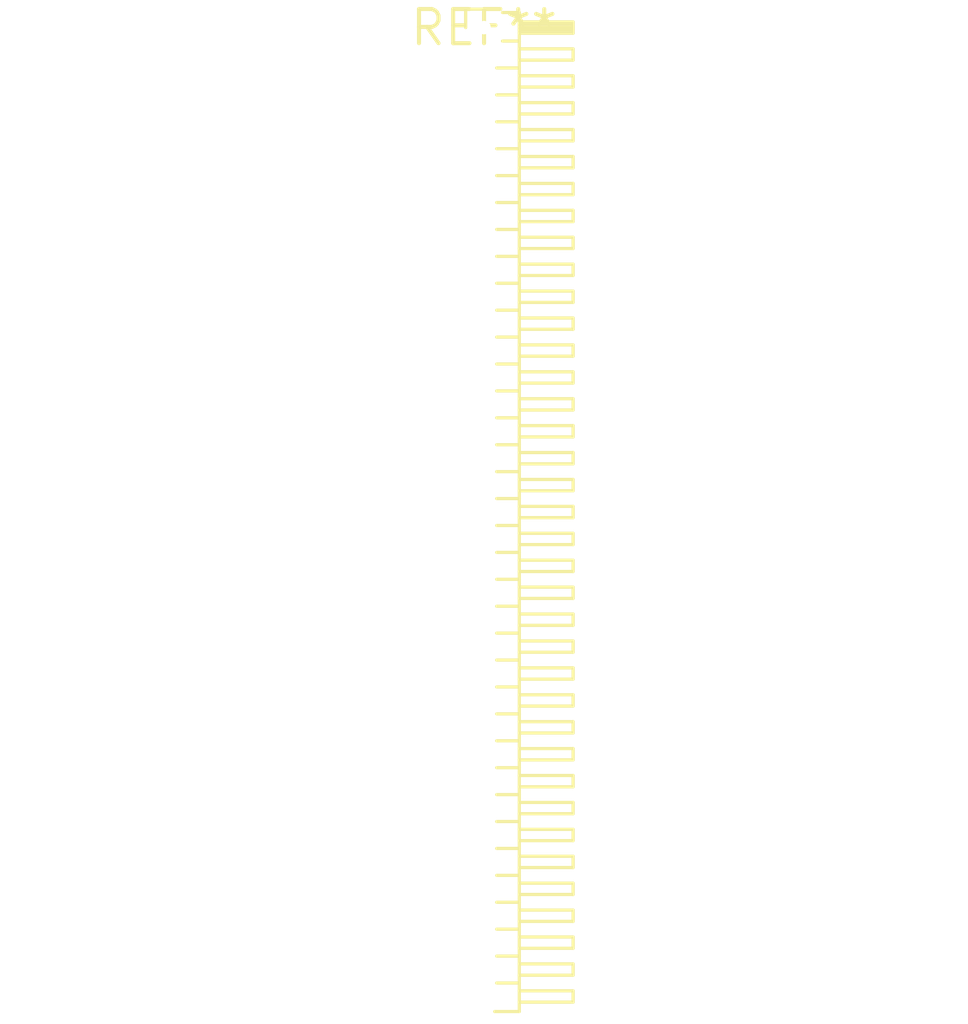
<source format=kicad_pcb>
(kicad_pcb (version 20240108) (generator pcbnew)
  (layers (0 "F.Cu" signal) (31 "B.Cu" signal) (34 "B.Paste" user) (35 "F.Paste" user) (36 "B.SilkS" user "B.Silkscreen") (37 "F.SilkS" user "F.Silkscreen") (38 "B.Mask" user) (39 "F.Mask" user) (44 "Edge.Cuts" user))
  (net 0 "")
  (footprint "PinHeader_1x37_P1.00mm_Horizontal" (layer "F.Cu") (at 0 0)
    (property "Reference" "REF**")
    (property "Value" "PinHeader_1x37_P1.00mm_Horizontal")
    (fp_line (start -0.685 -0.685) (end 0 -0.685) (layer "F.SilkS") (stroke (width 0.12)))
    (fp_line (start -0.685 0) (end -0.685 -0.685) (layer "F.SilkS") (stroke (width 0.12)))
    (fp_line (start 0.468215 1.5) (end 1.31 1.5) (layer "F.SilkS") (stroke (width 0.12)))
    (fp_line (start 0.468215 2.5) (end 1.31 2.5) (layer "F.SilkS") (stroke (width 0.12)))
    (fp_line (start 0.468215 3.5) (end 1.31 3.5) (layer "F.SilkS") (stroke (width 0.12)))
    (fp_line (start 0.468215 4.5) (end 1.31 4.5) (layer "F.SilkS") (stroke (width 0.12)))
    (fp_line (start 0.468215 5.5) (end 1.31 5.5) (layer "F.SilkS") (stroke (width 0.12)))
    (fp_line (start 0.468215 6.5) (end 1.31 6.5) (layer "F.SilkS") (stroke (width 0.12)))
    (fp_line (start 0.468215 7.5) (end 1.31 7.5) (layer "F.SilkS") (stroke (width 0.12)))
    (fp_line (start 0.468215 8.5) (end 1.31 8.5) (layer "F.SilkS") (stroke (width 0.12)))
    (fp_line (start 0.468215 9.5) (end 1.31 9.5) (layer "F.SilkS") (stroke (width 0.12)))
    (fp_line (start 0.468215 10.5) (end 1.31 10.5) (layer "F.SilkS") (stroke (width 0.12)))
    (fp_line (start 0.468215 11.5) (end 1.31 11.5) (layer "F.SilkS") (stroke (width 0.12)))
    (fp_line (start 0.468215 12.5) (end 1.31 12.5) (layer "F.SilkS") (stroke (width 0.12)))
    (fp_line (start 0.468215 13.5) (end 1.31 13.5) (layer "F.SilkS") (stroke (width 0.12)))
    (fp_line (start 0.468215 14.5) (end 1.31 14.5) (layer "F.SilkS") (stroke (width 0.12)))
    (fp_line (start 0.468215 15.5) (end 1.31 15.5) (layer "F.SilkS") (stroke (width 0.12)))
    (fp_line (start 0.468215 16.5) (end 1.31 16.5) (layer "F.SilkS") (stroke (width 0.12)))
    (fp_line (start 0.468215 17.5) (end 1.31 17.5) (layer "F.SilkS") (stroke (width 0.12)))
    (fp_line (start 0.468215 18.5) (end 1.31 18.5) (layer "F.SilkS") (stroke (width 0.12)))
    (fp_line (start 0.468215 19.5) (end 1.31 19.5) (layer "F.SilkS") (stroke (width 0.12)))
    (fp_line (start 0.468215 20.5) (end 1.31 20.5) (layer "F.SilkS") (stroke (width 0.12)))
    (fp_line (start 0.468215 21.5) (end 1.31 21.5) (layer "F.SilkS") (stroke (width 0.12)))
    (fp_line (start 0.468215 22.5) (end 1.31 22.5) (layer "F.SilkS") (stroke (width 0.12)))
    (fp_line (start 0.468215 23.5) (end 1.31 23.5) (layer "F.SilkS") (stroke (width 0.12)))
    (fp_line (start 0.468215 24.5) (end 1.31 24.5) (layer "F.SilkS") (stroke (width 0.12)))
    (fp_line (start 0.468215 25.5) (end 1.31 25.5) (layer "F.SilkS") (stroke (width 0.12)))
    (fp_line (start 0.468215 26.5) (end 1.31 26.5) (layer "F.SilkS") (stroke (width 0.12)))
    (fp_line (start 0.468215 27.5) (end 1.31 27.5) (layer "F.SilkS") (stroke (width 0.12)))
    (fp_line (start 0.468215 28.5) (end 1.31 28.5) (layer "F.SilkS") (stroke (width 0.12)))
    (fp_line (start 0.468215 29.5) (end 1.31 29.5) (layer "F.SilkS") (stroke (width 0.12)))
    (fp_line (start 0.468215 30.5) (end 1.31 30.5) (layer "F.SilkS") (stroke (width 0.12)))
    (fp_line (start 0.468215 31.5) (end 1.31 31.5) (layer "F.SilkS") (stroke (width 0.12)))
    (fp_line (start 0.468215 32.5) (end 1.31 32.5) (layer "F.SilkS") (stroke (width 0.12)))
    (fp_line (start 0.468215 33.5) (end 1.31 33.5) (layer "F.SilkS") (stroke (width 0.12)))
    (fp_line (start 0.468215 34.5) (end 1.31 34.5) (layer "F.SilkS") (stroke (width 0.12)))
    (fp_line (start 0.468215 35.5) (end 1.31 35.5) (layer "F.SilkS") (stroke (width 0.12)))
    (fp_line (start 0.685 -0.56) (end 1.31 -0.56) (layer "F.SilkS") (stroke (width 0.12)))
    (fp_line (start 0.685 0.5) (end 1.31 0.5) (layer "F.SilkS") (stroke (width 0.12)))
    (fp_line (start 1.31 -0.56) (end 1.31 36.56) (layer "F.SilkS") (stroke (width 0.12)))
    (fp_line (start 1.31 -0.21) (end 3.31 -0.21) (layer "F.SilkS") (stroke (width 0.12)))
    (fp_line (start 1.31 -0.15) (end 3.31 -0.15) (layer "F.SilkS") (stroke (width 0.12)))
    (fp_line (start 1.31 -0.03) (end 3.31 -0.03) (layer "F.SilkS") (stroke (width 0.12)))
    (fp_line (start 1.31 0.09) (end 3.31 0.09) (layer "F.SilkS") (stroke (width 0.12)))
    (fp_line (start 1.31 0.79) (end 3.31 0.79) (layer "F.SilkS") (stroke (width 0.12)))
    (fp_line (start 1.31 1.79) (end 3.31 1.79) (layer "F.SilkS") (stroke (width 0.12)))
    (fp_line (start 1.31 2.79) (end 3.31 2.79) (layer "F.SilkS") (stroke (width 0.12)))
    (fp_line (start 1.31 3.79) (end 3.31 3.79) (layer "F.SilkS") (stroke (width 0.12)))
    (fp_line (start 1.31 4.79) (end 3.31 4.79) (layer "F.SilkS") (stroke (width 0.12)))
    (fp_line (start 1.31 5.79) (end 3.31 5.79) (layer "F.SilkS") (stroke (width 0.12)))
    (fp_line (start 1.31 6.79) (end 3.31 6.79) (layer "F.SilkS") (stroke (width 0.12)))
    (fp_line (start 1.31 7.79) (end 3.31 7.79) (layer "F.SilkS") (stroke (width 0.12)))
    (fp_line (start 1.31 8.79) (end 3.31 8.79) (layer "F.SilkS") (stroke (width 0.12)))
    (fp_line (start 1.31 9.79) (end 3.31 9.79) (layer "F.SilkS") (stroke (width 0.12)))
    (fp_line (start 1.31 10.79) (end 3.31 10.79) (layer "F.SilkS") (stroke (width 0.12)))
    (fp_line (start 1.31 11.79) (end 3.31 11.79) (layer "F.SilkS") (stroke (width 0.12)))
    (fp_line (start 1.31 12.79) (end 3.31 12.79) (layer "F.SilkS") (stroke (width 0.12)))
    (fp_line (start 1.31 13.79) (end 3.31 13.79) (layer "F.SilkS") (stroke (width 0.12)))
    (fp_line (start 1.31 14.79) (end 3.31 14.79) (layer "F.SilkS") (stroke (width 0.12)))
    (fp_line (start 1.31 15.79) (end 3.31 15.79) (layer "F.SilkS") (stroke (width 0.12)))
    (fp_line (start 1.31 16.79) (end 3.31 16.79) (layer "F.SilkS") (stroke (width 0.12)))
    (fp_line (start 1.31 17.79) (end 3.31 17.79) (layer "F.SilkS") (stroke (width 0.12)))
    (fp_line (start 1.31 18.79) (end 3.31 18.79) (layer "F.SilkS") (stroke (width 0.12)))
    (fp_line (start 1.31 19.79) (end 3.31 19.79) (layer "F.SilkS") (stroke (width 0.12)))
    (fp_line (start 1.31 20.79) (end 3.31 20.79) (layer "F.SilkS") (stroke (width 0.12)))
    (fp_line (start 1.31 21.79) (end 3.31 21.79) (layer "F.SilkS") (stroke (width 0.12)))
    (fp_line (start 1.31 22.79) (end 3.31 22.79) (layer "F.SilkS") (stroke (width 0.12)))
    (fp_line (start 1.31 23.79) (end 3.31 23.79) (layer "F.SilkS") (stroke (width 0.12)))
    (fp_line (start 1.31 24.79) (end 3.31 24.79) (layer "F.SilkS") (stroke (width 0.12)))
    (fp_line (start 1.31 25.79) (end 3.31 25.79) (layer "F.SilkS") (stroke (width 0.12)))
    (fp_line (start 1.31 26.79) (end 3.31 26.79) (layer "F.SilkS") (stroke (width 0.12)))
    (fp_line (start 1.31 27.79) (end 3.31 27.79) (layer "F.SilkS") (stroke (width 0.12)))
    (fp_line (start 1.31 28.79) (end 3.31 28.79) (layer "F.SilkS") (stroke (width 0.12)))
    (fp_line (start 1.31 29.79) (end 3.31 29.79) (layer "F.SilkS") (stroke (width 0.12)))
    (fp_line (start 1.31 30.79) (end 3.31 30.79) (layer "F.SilkS") (stroke (width 0.12)))
    (fp_line (start 1.31 31.79) (end 3.31 31.79) (layer "F.SilkS") (stroke (width 0.12)))
    (fp_line (start 1.31 32.79) (end 3.31 32.79) (layer "F.SilkS") (stroke (width 0.12)))
    (fp_line (start 1.31 33.79) (end 3.31 33.79) (layer "F.SilkS") (stroke (width 0.12)))
    (fp_line (start 1.31 34.79) (end 3.31 34.79) (layer "F.SilkS") (stroke (width 0.12)))
    (fp_line (start 1.31 35.79) (end 3.31 35.79) (layer "F.SilkS") (stroke (width 0.12)))
    (fp_line (start 1.31 36.56) (end 0.394493 36.56) (layer "F.SilkS") (stroke (width 0.12)))
    (fp_line (start 3.31 -0.21) (end 3.31 0.21) (layer "F.SilkS") (stroke (width 0.12)))
    (fp_line (start 3.31 0.21) (end 1.31 0.21) (layer "F.SilkS") (stroke (width 0.12)))
    (fp_line (start 3.31 0.79) (end 3.31 1.21) (layer "F.SilkS") (stroke (width 0.12)))
    (fp_line (start 3.31 1.21) (end 1.31 1.21) (layer "F.SilkS") (stroke (width 0.12)))
    (fp_line (start 3.31 1.79) (end 3.31 2.21) (layer "F.SilkS") (stroke (width 0.12)))
    (fp_line (start 3.31 2.21) (end 1.31 2.21) (layer "F.SilkS") (stroke (width 0.12)))
    (fp_line (start 3.31 2.79) (end 3.31 3.21) (layer "F.SilkS") (stroke (width 0.12)))
    (fp_line (start 3.31 3.21) (end 1.31 3.21) (layer "F.SilkS") (stroke (width 0.12)))
    (fp_line (start 3.31 3.79) (end 3.31 4.21) (layer "F.SilkS") (stroke (width 0.12)))
    (fp_line (start 3.31 4.21) (end 1.31 4.21) (layer "F.SilkS") (stroke (width 0.12)))
    (fp_line (start 3.31 4.79) (end 3.31 5.21) (layer "F.SilkS") (stroke (width 0.12)))
    (fp_line (start 3.31 5.21) (end 1.31 5.21) (layer "F.SilkS") (stroke (width 0.12)))
    (fp_line (start 3.31 5.79) (end 3.31 6.21) (layer "F.SilkS") (stroke (width 0.12)))
    (fp_line (start 3.31 6.21) (end 1.31 6.21) (layer "F.SilkS") (stroke (width 0.12)))
    (fp_line (start 3.31 6.79) (end 3.31 7.21) (layer "F.SilkS") (stroke (width 0.12)))
    (fp_line (start 3.31 7.21) (end 1.31 7.21) (layer "F.SilkS") (stroke (width 0.12)))
    (fp_line (start 3.31 7.79) (end 3.31 8.21) (layer "F.SilkS") (stroke (width 0.12)))
    (fp_line (start 3.31 8.21) (end 1.31 8.21) (layer "F.SilkS") (stroke (width 0.12)))
    (fp_line (start 3.31 8.79) (end 3.31 9.21) (layer "F.SilkS") (stroke (width 0.12)))
    (fp_line (start 3.31 9.21) (end 1.31 9.21) (layer "F.SilkS") (stroke (width 0.12)))
    (fp_line (start 3.31 9.79) (end 3.31 10.21) (layer "F.SilkS") (stroke (width 0.12)))
    (fp_line (start 3.31 10.21) (end 1.31 10.21) (layer "F.SilkS") (stroke (width 0.12)))
    (fp_line (start 3.31 10.79) (end 3.31 11.21) (layer "F.SilkS") (stroke (width 0.12)))
    (fp_line (start 3.31 11.21) (end 1.31 11.21) (layer "F.SilkS") (stroke (width 0.12)))
    (fp_line (start 3.31 11.79) (end 3.31 12.21) (layer "F.SilkS") (stroke (width 0.12)))
    (fp_line (start 3.31 12.21) (end 1.31 12.21) (layer "F.SilkS") (stroke (width 0.12)))
    (fp_line (start 3.31 12.79) (end 3.31 13.21) (layer "F.SilkS") (stroke (width 0.12)))
    (fp_line (start 3.31 13.21) (end 1.31 13.21) (layer "F.SilkS") (stroke (width 0.12)))
    (fp_line (start 3.31 13.79) (end 3.31 14.21) (layer "F.SilkS") (stroke (width 0.12)))
    (fp_line (start 3.31 14.21) (end 1.31 14.21) (layer "F.SilkS") (stroke (width 0.12)))
    (fp_line (start 3.31 14.79) (end 3.31 15.21) (layer "F.SilkS") (stroke (width 0.12)))
    (fp_line (start 3.31 15.21) (end 1.31 15.21) (layer "F.SilkS") (stroke (width 0.12)))
    (fp_line (start 3.31 15.79) (end 3.31 16.21) (layer "F.SilkS") (stroke (width 0.12)))
    (fp_line (start 3.31 16.21) (end 1.31 16.21) (layer "F.SilkS") (stroke (width 0.12)))
    (fp_line (start 3.31 16.79) (end 3.31 17.21) (layer "F.SilkS") (stroke (width 0.12)))
    (fp_line (start 3.31 17.21) (end 1.31 17.21) (layer "F.SilkS") (stroke (width 0.12)))
    (fp_line (start 3.31 17.79) (end 3.31 18.21) (layer "F.SilkS") (stroke (width 0.12)))
    (fp_line (start 3.31 18.21) (end 1.31 18.21) (layer "F.SilkS") (stroke (width 0.12)))
    (fp_line (start 3.31 18.79) (end 3.31 19.21) (layer "F.SilkS") (stroke (width 0.12)))
    (fp_line (start 3.31 19.21) (end 1.31 19.21) (layer "F.SilkS") (stroke (width 0.12)))
    (fp_line (start 3.31 19.79) (end 3.31 20.21) (layer "F.SilkS") (stroke (width 0.12)))
    (fp_line (start 3.31 20.21) (end 1.31 20.21) (layer "F.SilkS") (stroke (width 0.12)))
    (fp_line (start 3.31 20.79) (end 3.31 21.21) (layer "F.SilkS") (stroke (width 0.12)))
    (fp_line (start 3.31 21.21) (end 1.31 21.21) (layer "F.SilkS") (stroke (width 0.12)))
    (fp_line (start 3.31 21.79) (end 3.31 22.21) (layer "F.SilkS") (stroke (width 0.12)))
    (fp_line (start 3.31 22.21) (end 1.31 22.21) (layer "F.SilkS") (stroke (width 0.12)))
    (fp_line (start 3.31 22.79) (end 3.31 23.21) (layer "F.SilkS") (stroke (width 0.12)))
    (fp_line (start 3.31 23.21) (end 1.31 23.21) (layer "F.SilkS") (stroke (width 0.12)))
    (fp_line (start 3.31 23.79) (end 3.31 24.21) (layer "F.SilkS") (stroke (width 0.12)))
    (fp_line (start 3.31 24.21) (end 1.31 24.21) (layer "F.SilkS") (stroke (width 0.12)))
    (fp_line (start 3.31 24.79) (end 3.31 25.21) (layer "F.SilkS") (stroke (width 0.12)))
    (fp_line (start 3.31 25.21) (end 1.31 25.21) (layer "F.SilkS") (stroke (width 0.12)))
    (fp_line (start 3.31 25.79) (end 3.31 26.21) (layer "F.SilkS") (stroke (width 0.12)))
    (fp_line (start 3.31 26.21) (end 1.31 26.21) (layer "F.SilkS") (stroke (width 0.12)))
    (fp_line (start 3.31 26.79) (end 3.31 27.21) (layer "F.SilkS") (stroke (width 0.12)))
    (fp_line (start 3.31 27.21) (end 1.31 27.21) (layer "F.SilkS") (stroke (width 0.12)))
    (fp_line (start 3.31 27.79) (end 3.31 28.21) (layer "F.SilkS") (stroke (width 0.12)))
    (fp_line (start 3.31 28.21) (end 1.31 28.21) (layer "F.SilkS") (stroke (width 0.12)))
    (fp_line (start 3.31 28.79) (end 3.31 29.21) (layer "F.SilkS") (stroke (width 0.12)))
    (fp_line (start 3.31 29.21) (end 1.31 29.21) (layer "F.SilkS") (stroke (width 0.12)))
    (fp_line (start 3.31 29.79) (end 3.31 30.21) (layer "F.SilkS") (stroke (width 0.12)))
    (fp_line (start 3.31 30.21) (end 1.31 30.21) (layer "F.SilkS") (stroke (width 0.12)))
    (fp_line (start 3.31 30.79) (end 3.31 31.21) (layer "F.SilkS") (stroke (width 0.12)))
    (fp_line (start 3.31 31.21) (end 1.31 31.21) (layer "F.SilkS") (stroke (width 0.12)))
    (fp_line (start 3.31 31.79) (end 3.31 32.21) (layer "F.SilkS") (stroke (width 0.12)))
    (fp_line (start 3.31 32.21) (end 1.31 32.21) (layer "F.SilkS") (stroke (width 0.12)))
    (fp_line (start 3.31 32.79) (end 3.31 33.21) (layer "F.SilkS") (stroke (width 0.12)))
    (fp_line (start 3.31 33.21) (end 1.31 33.21) (layer "F.SilkS") (stroke (width 0.12)))
    (fp_line (start 3.31 33.79) (end 3.31 34.21) (layer "F.SilkS") (stroke (width 0.12)))
    (fp_line (start 3.31 34.21) (end 1.31 34.21) (layer "F.SilkS") (stroke (width 0.12)))
    (fp_line (start 3.31 34.79) (end 3.31 35.21) (layer "F.SilkS") (stroke (width 0.12)))
    (fp_line (start 3.31 35.21) (end 1.31 35.21) (layer "F.SilkS") (stroke (width 0.12)))
    (fp_line (start 3.31 35.79) (end 3.31 36.21) (layer "F.SilkS") (stroke (width 0.12)))
    (fp_line (start 3.31 36.21) (end 1.31 36.21) (layer "F.SilkS") (stroke (width 0.12)))
    (pad "1" thru_hole rect (at 0 0) (size 0.85 0.85) (drill 0.5) (layers *.Cu *.Mask) (remove_unused_layers))
    (pad "2" thru_hole oval (at 0 1) (size 0.85 0.85) (drill 0.5) (layers *.Cu *.Mask) (remove_unused_layers))
    (pad "3" thru_hole oval (at 0 2) (size 0.85 0.85) (drill 0.5) (layers *.Cu *.Mask) (remove_unused_layers))
    (pad "4" thru_hole oval (at 0 3) (size 0.85 0.85) (drill 0.5) (layers *.Cu *.Mask) (remove_unused_layers))
    (pad "5" thru_hole oval (at 0 4) (size 0.85 0.85) (drill 0.5) (layers *.Cu *.Mask) (remove_unused_layers))
    (pad "6" thru_hole oval (at 0 5) (size 0.85 0.85) (drill 0.5) (layers *.Cu *.Mask) (remove_unused_layers))
    (pad "7" thru_hole oval (at 0 6) (size 0.85 0.85) (drill 0.5) (layers *.Cu *.Mask) (remove_unused_layers))
    (pad "8" thru_hole oval (at 0 7) (size 0.85 0.85) (drill 0.5) (layers *.Cu *.Mask) (remove_unused_layers))
    (pad "9" thru_hole oval (at 0 8) (size 0.85 0.85) (drill 0.5) (layers *.Cu *.Mask) (remove_unused_layers))
    (pad "10" thru_hole oval (at 0 9) (size 0.85 0.85) (drill 0.5) (layers *.Cu *.Mask) (remove_unused_layers))
    (pad "11" thru_hole oval (at 0 10) (size 0.85 0.85) (drill 0.5) (layers *.Cu *.Mask) (remove_unused_layers))
    (pad "12" thru_hole oval (at 0 11) (size 0.85 0.85) (drill 0.5) (layers *.Cu *.Mask) (remove_unused_layers))
    (pad "13" thru_hole oval (at 0 12) (size 0.85 0.85) (drill 0.5) (layers *.Cu *.Mask) (remove_unused_layers))
    (pad "14" thru_hole oval (at 0 13) (size 0.85 0.85) (drill 0.5) (layers *.Cu *.Mask) (remove_unused_layers))
    (pad "15" thru_hole oval (at 0 14) (size 0.85 0.85) (drill 0.5) (layers *.Cu *.Mask) (remove_unused_layers))
    (pad "16" thru_hole oval (at 0 15) (size 0.85 0.85) (drill 0.5) (layers *.Cu *.Mask) (remove_unused_layers))
    (pad "17" thru_hole oval (at 0 16) (size 0.85 0.85) (drill 0.5) (layers *.Cu *.Mask) (remove_unused_layers))
    (pad "18" thru_hole oval (at 0 17) (size 0.85 0.85) (drill 0.5) (layers *.Cu *.Mask) (remove_unused_layers))
    (pad "19" thru_hole oval (at 0 18) (size 0.85 0.85) (drill 0.5) (layers *.Cu *.Mask) (remove_unused_layers))
    (pad "20" thru_hole oval (at 0 19) (size 0.85 0.85) (drill 0.5) (layers *.Cu *.Mask) (remove_unused_layers))
    (pad "21" thru_hole oval (at 0 20) (size 0.85 0.85) (drill 0.5) (layers *.Cu *.Mask) (remove_unused_layers))
    (pad "22" thru_hole oval (at 0 21) (size 0.85 0.85) (drill 0.5) (layers *.Cu *.Mask) (remove_unused_layers))
    (pad "23" thru_hole oval (at 0 22) (size 0.85 0.85) (drill 0.5) (layers *.Cu *.Mask) (remove_unused_layers))
    (pad "24" thru_hole oval (at 0 23) (size 0.85 0.85) (drill 0.5) (layers *.Cu *.Mask) (remove_unused_layers))
    (pad "25" thru_hole oval (at 0 24) (size 0.85 0.85) (drill 0.5) (layers *.Cu *.Mask) (remove_unused_layers))
    (pad "26" thru_hole oval (at 0 25) (size 0.85 0.85) (drill 0.5) (layers *.Cu *.Mask) (remove_unused_layers))
    (pad "27" thru_hole oval (at 0 26) (size 0.85 0.85) (drill 0.5) (layers *.Cu *.Mask) (remove_unused_layers))
    (pad "28" thru_hole oval (at 0 27) (size 0.85 0.85) (drill 0.5) (layers *.Cu *.Mask) (remove_unused_layers))
    (pad "29" thru_hole oval (at 0 28) (size 0.85 0.85) (drill 0.5) (layers *.Cu *.Mask) (remove_unused_layers))
    (pad "30" thru_hole oval (at 0 29) (size 0.85 0.85) (drill 0.5) (layers *.Cu *.Mask) (remove_unused_layers))
    (pad "31" thru_hole oval (at 0 30) (size 0.85 0.85) (drill 0.5) (layers *.Cu *.Mask) (remove_unused_layers))
    (pad "32" thru_hole oval (at 0 31) (size 0.85 0.85) (drill 0.5) (layers *.Cu *.Mask) (remove_unused_layers))
    (pad "33" thru_hole oval (at 0 32) (size 0.85 0.85) (drill 0.5) (layers *.Cu *.Mask) (remove_unused_layers))
    (pad "34" thru_hole oval (at 0 33) (size 0.85 0.85) (drill 0.5) (layers *.Cu *.Mask) (remove_unused_layers))
    (pad "35" thru_hole oval (at 0 34) (size 0.85 0.85) (drill 0.5) (layers *.Cu *.Mask) (remove_unused_layers))
    (pad "36" thru_hole oval (at 0 35) (size 0.85 0.85) (drill 0.5) (layers *.Cu *.Mask) (remove_unused_layers))
    (pad "37" thru_hole oval (at 0 36) (size 0.85 0.85) (drill 0.5) (layers *.Cu *.Mask) (remove_unused_layers))
  )
)
</source>
